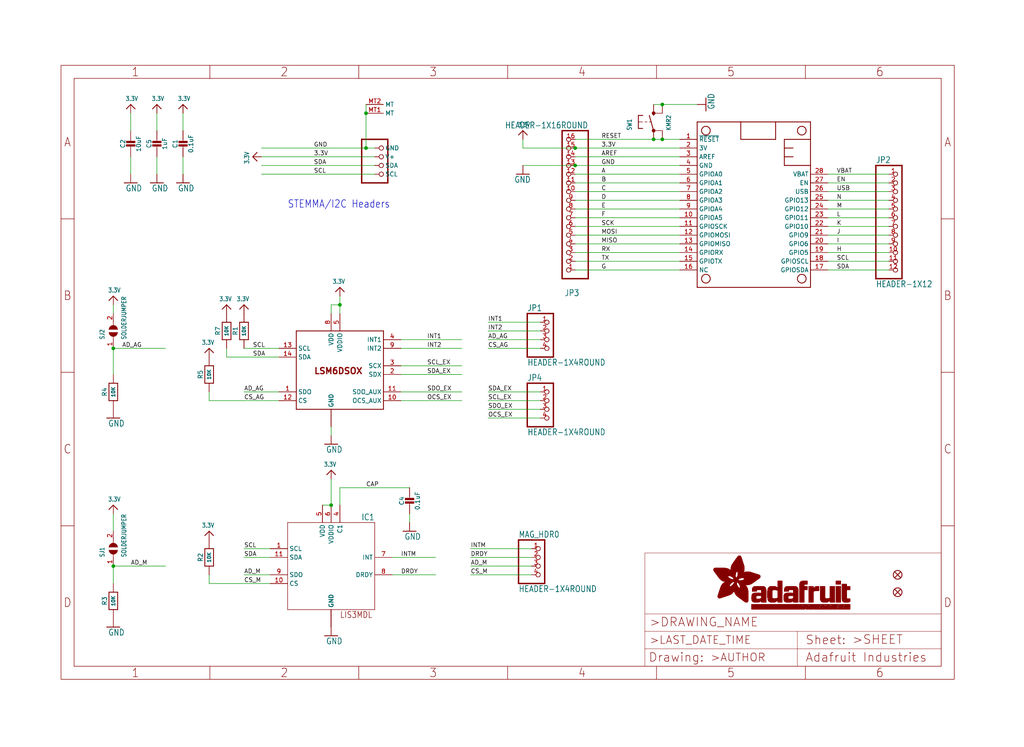
<source format=kicad_sch>
(kicad_sch (version 20211123) (generator eeschema)
  (paper "User" 298.45 217.881)
  (lib_symbols
    (symbol "eagleSchem-eagle-import:3.3V" (power)
      (property "Value" "3.3V" (at -1.524 1.016 0))
      (symbol "3.3V_1_0"
        (pin power_in line (at 0 -2.54 90) (length 2.54) (name "3.3V") (number "1"))
      )
    )
    (symbol "eagleSchem-eagle-import:CAP_CERAMIC0603_NO"
      (property "Reference" "C" (at -2.29 1.25 90))
      (property "Value" "CAP_CERAMIC0603_NO" (at 2.3 1.25 90))
      (symbol "CAP_CERAMIC0603_NO_1_0"
        (pin passive line (at 0 5.08 270) (length 2.54) (name "1") (number "1"))
        (pin passive line (at 0 -2.54 90) (length 2.54) (name "2") (number "2"))
      )
    )
    (symbol "eagleSchem-eagle-import:CAP_CERAMIC0805-NOOUTLINE"
      (property "Reference" "C" (at -2.29 1.25 90))
      (property "Value" "CAP_CERAMIC0805-NOOUTLINE" (at 2.3 1.25 90))
      (symbol "CAP_CERAMIC0805-NOOUTLINE_1_0"
        (pin passive line (at 0 5.08 270) (length 2.54) (name "1") (number "1"))
        (pin passive line (at 0 -2.54 90) (length 2.54) (name "2") (number "2"))
      )
    )
    (symbol "eagleSchem-eagle-import:FEATHERWING"
      (symbol "FEATHERWING_1_0"
        (pin input line (at 5.08 -5.08 90) (length 5.08) (name "~{RESET}") (number "1"))
        (pin bidirectional line (at 27.94 -5.08 90) (length 5.08) (name "GPIOA5") (number "10"))
        (pin bidirectional line (at 30.48 -5.08 90) (length 5.08) (name "GPIOSCK") (number "11"))
        (pin bidirectional line (at 33.02 -5.08 90) (length 5.08) (name "GPIOMOSI") (number "12"))
        (pin bidirectional line (at 35.56 -5.08 90) (length 5.08) (name "GPIOMISO") (number "13"))
        (pin bidirectional line (at 38.1 -5.08 90) (length 5.08) (name "GPIORX") (number "14"))
        (pin bidirectional line (at 40.64 -5.08 90) (length 5.08) (name "GPIOTX") (number "15"))
        (pin passive line (at 43.18 -5.08 90) (length 5.08) (name "NC") (number "16"))
        (pin bidirectional line (at 43.18 38.1 270) (length 5.08) (name "GPIOSDA") (number "17"))
        (pin bidirectional line (at 40.64 38.1 270) (length 5.08) (name "GPIOSCL") (number "18"))
        (pin bidirectional line (at 38.1 38.1 270) (length 5.08) (name "GPIO5") (number "19"))
        (pin power_in line (at 7.62 -5.08 90) (length 5.08) (name "3V") (number "2"))
        (pin bidirectional line (at 35.56 38.1 270) (length 5.08) (name "GPIO6") (number "20"))
        (pin bidirectional line (at 33.02 38.1 270) (length 5.08) (name "GPIO9") (number "21"))
        (pin bidirectional line (at 30.48 38.1 270) (length 5.08) (name "GPIO10") (number "22"))
        (pin bidirectional line (at 27.94 38.1 270) (length 5.08) (name "GPIO11") (number "23"))
        (pin bidirectional line (at 25.4 38.1 270) (length 5.08) (name "GPIO12") (number "24"))
        (pin bidirectional line (at 22.86 38.1 270) (length 5.08) (name "GPIO13") (number "25"))
        (pin power_in line (at 20.32 38.1 270) (length 5.08) (name "USB") (number "26"))
        (pin passive line (at 17.78 38.1 270) (length 5.08) (name "EN") (number "27"))
        (pin power_in line (at 15.24 38.1 270) (length 5.08) (name "VBAT") (number "28"))
        (pin passive line (at 10.16 -5.08 90) (length 5.08) (name "AREF") (number "3"))
        (pin power_in line (at 12.7 -5.08 90) (length 5.08) (name "GND") (number "4"))
        (pin bidirectional line (at 15.24 -5.08 90) (length 5.08) (name "GPIOA0") (number "5"))
        (pin bidirectional line (at 17.78 -5.08 90) (length 5.08) (name "GPIOA1") (number "6"))
        (pin bidirectional line (at 20.32 -5.08 90) (length 5.08) (name "GPIOA2") (number "7"))
        (pin bidirectional line (at 22.86 -5.08 90) (length 5.08) (name "GPIOA3") (number "8"))
        (pin bidirectional line (at 25.4 -5.08 90) (length 5.08) (name "GPIOA4") (number "9"))
      )
    )
    (symbol "eagleSchem-eagle-import:FIDUCIAL_1MM")
    (symbol "eagleSchem-eagle-import:FRAME_A4_ADAFRUIT"
      (symbol "FRAME_A4_ADAFRUIT_1_0"
        (text "1" (at 21.6958 1.905 0) (effects (font (size 2.54 2.286))))
        (text "1" (at 21.6958 177.165 0) (effects (font (size 2.54 2.286))))
        (text "2" (at 65.0875 1.905 0) (effects (font (size 2.54 2.286))))
        (text "2" (at 65.0875 177.165 0) (effects (font (size 2.54 2.286))))
        (text "3" (at 108.4792 1.905 0) (effects (font (size 2.54 2.286))))
        (text "3" (at 108.4792 177.165 0) (effects (font (size 2.54 2.286))))
        (text "4" (at 151.8708 1.905 0) (effects (font (size 2.54 2.286))))
        (text "4" (at 151.8708 177.165 0) (effects (font (size 2.54 2.286))))
        (text "5" (at 195.2625 1.905 0) (effects (font (size 2.54 2.286))))
        (text "5" (at 195.2625 177.165 0) (effects (font (size 2.54 2.286))))
        (text "6" (at 238.6542 1.905 0) (effects (font (size 2.54 2.286))))
        (text "6" (at 238.6542 177.165 0) (effects (font (size 2.54 2.286))))
        (text ">AUTHOR" (at 189.23 5.08 0) (effects (font (size 2.286 2.286)) (justify left bottom)))
        (text ">DRAWING_NAME" (at 171.45 15.24 0) (effects (font (size 2.54 2.54)) (justify left bottom)))
        (text ">LAST_DATE_TIME" (at 171.45 10.16 0) (effects (font (size 2.286 2.286)) (justify left bottom)))
        (text ">SHEET" (at 230.505 10.16 0) (effects (font (size 2.54 2.54)) (justify left bottom)))
        (text "A" (at 1.905 156.6863 0) (effects (font (size 2.54 2.286))))
        (text "A" (at 258.445 156.6863 0) (effects (font (size 2.54 2.286))))
        (text "Adafruit Industries" (at 216.916 4.953 0) (effects (font (size 2.54 2.54)) (justify left bottom)))
        (text "B" (at 1.905 111.9188 0) (effects (font (size 2.54 2.286))))
        (text "B" (at 258.445 111.9188 0) (effects (font (size 2.54 2.286))))
        (text "C" (at 1.905 67.1513 0) (effects (font (size 2.54 2.286))))
        (text "C" (at 258.445 67.1513 0) (effects (font (size 2.54 2.286))))
        (text "D" (at 1.905 22.3838 0) (effects (font (size 2.54 2.286))))
        (text "D" (at 258.445 22.3838 0) (effects (font (size 2.54 2.286))))
        (text "Drawing:" (at 171.196 4.953 0) (effects (font (size 2.54 2.54)) (justify left bottom)))
        (text "Sheet:" (at 216.916 10.033 0) (effects (font (size 2.54 2.54)) (justify left bottom)))
      )
    )
    (symbol "eagleSchem-eagle-import:GND" (power)
      (property "Value" "GND" (at -2.54 -2.54 0))
      (symbol "GND_1_0"
        (pin power_in line (at 0 2.54 270) (length 2.54) (name "GND") (number "1"))
      )
    )
    (symbol "eagleSchem-eagle-import:HEADER-1X12"
      (property "Reference" "JP" (at -6.35 18.415 0))
      (property "Value" "HEADER-1X12" (at -6.35 -17.78 0))
      (symbol "HEADER-1X12_1_0"
        (pin passive inverted (at -2.54 15.24 0) (length 2.54) (name "1") (number "1"))
        (pin passive inverted (at -2.54 -7.62 0) (length 2.54) (name "10") (number "10"))
        (pin passive inverted (at -2.54 -10.16 0) (length 2.54) (name "11") (number "11"))
        (pin passive inverted (at -2.54 -12.7 0) (length 2.54) (name "12") (number "12"))
        (pin passive inverted (at -2.54 12.7 0) (length 2.54) (name "2") (number "2"))
        (pin passive inverted (at -2.54 10.16 0) (length 2.54) (name "3") (number "3"))
        (pin passive inverted (at -2.54 7.62 0) (length 2.54) (name "4") (number "4"))
        (pin passive inverted (at -2.54 5.08 0) (length 2.54) (name "5") (number "5"))
        (pin passive inverted (at -2.54 2.54 0) (length 2.54) (name "6") (number "6"))
        (pin passive inverted (at -2.54 0 0) (length 2.54) (name "7") (number "7"))
        (pin passive inverted (at -2.54 -2.54 0) (length 2.54) (name "8") (number "8"))
        (pin passive inverted (at -2.54 -5.08 0) (length 2.54) (name "9") (number "9"))
      )
    )
    (symbol "eagleSchem-eagle-import:HEADER-1X16ROUND"
      (property "Reference" "JP" (at -6.35 20.955 0))
      (property "Value" "HEADER-1X16ROUND" (at -6.35 -25.4 0))
      (symbol "HEADER-1X16ROUND_1_0"
        (pin passive inverted (at -2.54 17.78 0) (length 2.54) (name "1") (number "1"))
        (pin passive inverted (at -2.54 -5.08 0) (length 2.54) (name "10") (number "10"))
        (pin passive inverted (at -2.54 -7.62 0) (length 2.54) (name "11") (number "11"))
        (pin passive inverted (at -2.54 -10.16 0) (length 2.54) (name "12") (number "12"))
        (pin passive inverted (at -2.54 -12.7 0) (length 2.54) (name "13") (number "13"))
        (pin passive inverted (at -2.54 -15.24 0) (length 2.54) (name "14") (number "14"))
        (pin passive inverted (at -2.54 -17.78 0) (length 2.54) (name "15") (number "15"))
        (pin passive inverted (at -2.54 -20.32 0) (length 2.54) (name "16") (number "16"))
        (pin passive inverted (at -2.54 15.24 0) (length 2.54) (name "2") (number "2"))
        (pin passive inverted (at -2.54 12.7 0) (length 2.54) (name "3") (number "3"))
        (pin passive inverted (at -2.54 10.16 0) (length 2.54) (name "4") (number "4"))
        (pin passive inverted (at -2.54 7.62 0) (length 2.54) (name "5") (number "5"))
        (pin passive inverted (at -2.54 5.08 0) (length 2.54) (name "6") (number "6"))
        (pin passive inverted (at -2.54 2.54 0) (length 2.54) (name "7") (number "7"))
        (pin passive inverted (at -2.54 0 0) (length 2.54) (name "8") (number "8"))
        (pin passive inverted (at -2.54 -2.54 0) (length 2.54) (name "9") (number "9"))
      )
    )
    (symbol "eagleSchem-eagle-import:HEADER-1X4ROUND"
      (property "Reference" "JP" (at -6.35 8.255 0))
      (property "Value" "HEADER-1X4ROUND" (at -6.35 -7.62 0))
      (symbol "HEADER-1X4ROUND_1_0"
        (pin passive inverted (at -2.54 5.08 0) (length 2.54) (name "1") (number "1"))
        (pin passive inverted (at -2.54 2.54 0) (length 2.54) (name "2") (number "2"))
        (pin passive inverted (at -2.54 0 0) (length 2.54) (name "3") (number "3"))
        (pin passive inverted (at -2.54 -2.54 0) (length 2.54) (name "4") (number "4"))
      )
    )
    (symbol "eagleSchem-eagle-import:LIS3MDL"
      (property "Reference" "IC" (at 12.7 15.24 0))
      (symbol "LIS3MDL_1_0"
        (text "LIS3MDL" (at 2.54 -15.24 0) (effects (font (size 1.778 1.5113)) (justify left bottom)))
        (pin input line (at -17.78 5.08 0) (length 5.08) (name "SCL") (number "1"))
        (pin input line (at -17.78 -5.08 0) (length 5.08) (name "CS") (number "10"))
        (pin bidirectional line (at -17.78 2.54 0) (length 5.08) (name "SDA") (number "11"))
        (pin power_in line (at 0 -17.78 90) (length 5.08) (name "GND") (number "12"))
        (pin power_in line (at 0 -17.78 90) (length 5.08) (name "GND") (number "2"))
        (pin power_in line (at 0 -17.78 90) (length 5.08) (name "GND") (number "3"))
        (pin input line (at 2.54 17.78 270) (length 5.08) (name "C1") (number "4"))
        (pin power_in line (at -2.54 17.78 270) (length 5.08) (name "VDD") (number "5"))
        (pin power_in line (at 0 17.78 270) (length 5.08) (name "VDDIO") (number "6"))
        (pin output line (at 17.78 2.54 180) (length 5.08) (name "INT") (number "7"))
        (pin output line (at 17.78 -2.54 180) (length 5.08) (name "DRDY") (number "8"))
        (pin bidirectional line (at -17.78 -2.54 0) (length 5.08) (name "SDO") (number "9"))
      )
    )
    (symbol "eagleSchem-eagle-import:LSM6DSOX"
      (symbol "LSM6DSOX_1_0"
        (text "LSM6DSOX" (at -5.08 -2.54 0) (effects (font (size 1.778 1.778) (thickness 0.3556) bold) (justify left bottom)))
        (pin bidirectional line (at -15.24 -7.62 0) (length 5.08) (name "SDO") (number "1"))
        (pin bidirectional line (at 20.32 -10.16 180) (length 5.08) (name "OCS_AUX") (number "10"))
        (pin bidirectional line (at 20.32 -7.62 180) (length 5.08) (name "SDO_AUX") (number "11"))
        (pin bidirectional line (at -15.24 -10.16 0) (length 5.08) (name "CS") (number "12"))
        (pin bidirectional line (at -15.24 5.08 0) (length 5.08) (name "SCL") (number "13"))
        (pin bidirectional line (at -15.24 2.54 0) (length 5.08) (name "SDA") (number "14"))
        (pin bidirectional line (at 20.32 -2.54 180) (length 5.08) (name "SDX") (number "2"))
        (pin bidirectional line (at 20.32 0 180) (length 5.08) (name "SCX") (number "3"))
        (pin bidirectional line (at 20.32 7.62 180) (length 5.08) (name "INT1") (number "4"))
        (pin power_in line (at 2.54 15.24 270) (length 5.08) (name "VDDIO") (number "5"))
        (pin power_in line (at 0 -17.78 90) (length 5.08) (name "GND") (number "6"))
        (pin power_in line (at 0 -17.78 90) (length 5.08) (name "GND") (number "7"))
        (pin power_in line (at 0 15.24 270) (length 5.08) (name "VDD") (number "8"))
        (pin bidirectional line (at 20.32 5.08 180) (length 5.08) (name "INT2") (number "9"))
      )
    )
    (symbol "eagleSchem-eagle-import:RESISTOR_0603_NOOUT"
      (property "Reference" "R" (at 0 2.54 0))
      (property "Value" "RESISTOR_0603_NOOUT" (at 0 0 0))
      (symbol "RESISTOR_0603_NOOUT_1_0"
        (pin passive line (at -5.08 0 0) (length 2.54) (name "1") (number "1"))
        (pin passive line (at 5.08 0 180) (length 2.54) (name "2") (number "2"))
      )
    )
    (symbol "eagleSchem-eagle-import:SOLDERJUMPER"
      (property "Reference" "SJ" (at -2.54 2.54 0))
      (property "Value" "SOLDERJUMPER" (at -2.54 -3.81 0))
      (symbol "SOLDERJUMPER_1_0"
        (pin passive line (at -5.08 0 0) (length 2.54) (name "1") (number "1"))
        (pin passive line (at 5.08 0 180) (length 2.54) (name "2") (number "2"))
      )
    )
    (symbol "eagleSchem-eagle-import:STEMMA_I2C_QT"
      (symbol "STEMMA_I2C_QT_1_0"
        (pin passive inverted (at 0 5.08 0) (length 2.54) (name "GND") (number "1"))
        (pin passive inverted (at 0 2.54 0) (length 2.54) (name "V+") (number "2"))
        (pin passive inverted (at 0 0 0) (length 2.54) (name "SDA") (number "3"))
        (pin passive inverted (at 0 -2.54 0) (length 2.54) (name "SCL") (number "4"))
      )
      (symbol "STEMMA_I2C_QT_2_0"
        (pin bidirectional line (at 0 0 0) (length 5.08) (name "MT") (number "MT1"))
      )
      (symbol "STEMMA_I2C_QT_3_0"
        (pin bidirectional line (at 0 0 0) (length 5.08) (name "MT") (number "MT2"))
      )
    )
    (symbol "eagleSchem-eagle-import:SWITCH_TACT_SMT4.6X2.8"
      (property "Reference" "SW" (at -2.54 6.35 0))
      (property "Value" "SWITCH_TACT_SMT4.6X2.8" (at -2.54 -5.08 0))
      (symbol "SWITCH_TACT_SMT4.6X2.8_1_0"
        (pin passive line (at -5.08 0 0) (length 2.54) (name "P") (number "A"))
        (pin passive line (at -5.08 -2.54 0) (length 2.54) (name "P1") (number "A'"))
        (pin passive line (at 5.08 0 180) (length 2.54) (name "S") (number "B"))
        (pin passive line (at 5.08 -2.54 180) (length 2.54) (name "S1") (number "B'"))
      )
    )
  )
  (junction (at 167.64 48.26))
  (junction (at 99.06 88.9))
  (junction (at 33.02 101.6))
  (junction (at 167.64 43.18))
  (junction (at 96.52 147.32))
  (junction (at 193.04 30.48))
  (junction (at 190.5 40.64))
  (junction (at 106.68 43.18))
  (junction (at 33.02 165.1))
  (junction (at 193.04 40.64))
  (junction (at 106.68 33.02))
  (wire (pts (xy 259.08 53.34) (xy 241.3 53.34)))
  (wire (pts (xy 167.64 73.66) (xy 198.12 73.66)))
  (wire (pts (xy 167.64 43.18) (xy 152.4 43.18)))
  (wire (pts (xy 99.06 91.44) (xy 99.06 88.9)))
  (wire (pts (xy 259.08 73.66) (xy 241.3 73.66)))
  (wire (pts (xy 119.38 149.86) (xy 119.38 152.4)))
  (wire (pts (xy 167.64 60.96) (xy 198.12 60.96)))
  (wire (pts (xy 157.48 99.06) (xy 142.24 99.06)))
  (wire (pts (xy 157.48 119.38) (xy 142.24 119.38)))
  (wire (pts (xy 167.64 50.8) (xy 198.12 50.8)))
  (wire (pts (xy 33.02 165.1) (xy 33.02 170.18)))
  (wire (pts (xy 81.28 116.84) (xy 60.96 116.84)))
  (wire (pts (xy 76.2 45.72) (xy 109.22 45.72)))
  (wire (pts (xy 167.64 66.04) (xy 198.12 66.04)))
  (wire (pts (xy 167.64 68.58) (xy 198.12 68.58)))
  (wire (pts (xy 154.94 167.64) (xy 137.16 167.64)))
  (wire (pts (xy 96.52 124.46) (xy 96.52 127)))
  (wire (pts (xy 78.74 167.64) (xy 71.12 167.64)))
  (wire (pts (xy 167.64 48.26) (xy 198.12 48.26)))
  (wire (pts (xy 167.64 48.26) (xy 152.4 48.26)))
  (wire (pts (xy 157.48 114.3) (xy 142.24 114.3)))
  (wire (pts (xy 96.52 147.32) (xy 96.52 139.7)))
  (wire (pts (xy 60.96 167.64) (xy 60.96 170.18)))
  (wire (pts (xy 81.28 104.14) (xy 66.04 104.14)))
  (wire (pts (xy 53.34 33.02) (xy 53.34 38.1)))
  (wire (pts (xy 93.98 147.32) (xy 96.52 147.32)))
  (wire (pts (xy 167.64 78.74) (xy 198.12 78.74)))
  (wire (pts (xy 109.22 43.18) (xy 106.68 43.18)))
  (wire (pts (xy 142.24 116.84) (xy 157.48 116.84)))
  (wire (pts (xy 193.04 30.48) (xy 203.2 30.48)))
  (wire (pts (xy 99.06 88.9) (xy 99.06 86.36)))
  (wire (pts (xy 137.16 162.56) (xy 154.94 162.56)))
  (wire (pts (xy 96.52 88.9) (xy 99.06 88.9)))
  (wire (pts (xy 259.08 63.5) (xy 241.3 63.5)))
  (wire (pts (xy 167.64 76.2) (xy 198.12 76.2)))
  (wire (pts (xy 60.96 116.84) (xy 60.96 114.3)))
  (wire (pts (xy 167.64 55.88) (xy 198.12 55.88)))
  (wire (pts (xy 167.64 43.18) (xy 198.12 43.18)))
  (wire (pts (xy 127 167.64) (xy 114.3 167.64)))
  (wire (pts (xy 167.64 40.64) (xy 190.5 40.64)))
  (wire (pts (xy 116.84 99.06) (xy 134.62 99.06)))
  (wire (pts (xy 99.06 147.32) (xy 99.06 142.24)))
  (wire (pts (xy 33.02 149.86) (xy 33.02 154.94)))
  (wire (pts (xy 38.1 38.1) (xy 38.1 33.02)))
  (wire (pts (xy 142.24 96.52) (xy 157.48 96.52)))
  (wire (pts (xy 33.02 165.1) (xy 48.26 165.1)))
  (wire (pts (xy 33.02 101.6) (xy 48.26 101.6)))
  (wire (pts (xy 167.64 45.72) (xy 198.12 45.72)))
  (wire (pts (xy 259.08 71.12) (xy 241.3 71.12)))
  (wire (pts (xy 167.64 63.5) (xy 198.12 63.5)))
  (wire (pts (xy 96.52 88.9) (xy 96.52 91.44)))
  (wire (pts (xy 116.84 116.84) (xy 134.62 116.84)))
  (wire (pts (xy 134.62 101.6) (xy 116.84 101.6)))
  (wire (pts (xy 157.48 93.98) (xy 142.24 93.98)))
  (wire (pts (xy 38.1 45.72) (xy 38.1 50.8)))
  (wire (pts (xy 71.12 162.56) (xy 78.74 162.56)))
  (wire (pts (xy 106.68 30.48) (xy 106.68 33.02)))
  (wire (pts (xy 45.72 45.72) (xy 45.72 50.8)))
  (wire (pts (xy 167.64 53.34) (xy 198.12 53.34)))
  (wire (pts (xy 134.62 109.22) (xy 116.84 109.22)))
  (wire (pts (xy 190.5 30.48) (xy 193.04 30.48)))
  (wire (pts (xy 53.34 45.72) (xy 53.34 50.8)))
  (wire (pts (xy 114.3 162.56) (xy 127 162.56)))
  (wire (pts (xy 152.4 43.18) (xy 152.4 40.64)))
  (wire (pts (xy 45.72 38.1) (xy 45.72 33.02)))
  (wire (pts (xy 259.08 66.04) (xy 241.3 66.04)))
  (wire (pts (xy 259.08 68.58) (xy 241.3 68.58)))
  (wire (pts (xy 33.02 109.22) (xy 33.02 101.6)))
  (wire (pts (xy 142.24 101.6) (xy 157.48 101.6)))
  (wire (pts (xy 81.28 114.3) (xy 71.12 114.3)))
  (wire (pts (xy 109.22 48.26) (xy 76.2 48.26)))
  (wire (pts (xy 116.84 106.68) (xy 134.62 106.68)))
  (wire (pts (xy 154.94 160.02) (xy 137.16 160.02)))
  (wire (pts (xy 106.68 33.02) (xy 106.68 43.18)))
  (wire (pts (xy 259.08 58.42) (xy 241.3 58.42)))
  (wire (pts (xy 71.12 101.6) (xy 81.28 101.6)))
  (wire (pts (xy 106.68 43.18) (xy 76.2 43.18)))
  (wire (pts (xy 99.06 142.24) (xy 119.38 142.24)))
  (wire (pts (xy 154.94 165.1) (xy 137.16 165.1)))
  (wire (pts (xy 116.84 114.3) (xy 134.62 114.3)))
  (wire (pts (xy 78.74 170.18) (xy 60.96 170.18)))
  (wire (pts (xy 142.24 121.92) (xy 157.48 121.92)))
  (wire (pts (xy 78.74 160.02) (xy 71.12 160.02)))
  (wire (pts (xy 259.08 78.74) (xy 241.3 78.74)))
  (wire (pts (xy 167.64 71.12) (xy 198.12 71.12)))
  (wire (pts (xy 66.04 104.14) (xy 66.04 101.6)))
  (wire (pts (xy 167.64 58.42) (xy 198.12 58.42)))
  (wire (pts (xy 259.08 60.96) (xy 241.3 60.96)))
  (wire (pts (xy 193.04 40.64) (xy 198.12 40.64)))
  (wire (pts (xy 76.2 50.8) (xy 109.22 50.8)))
  (wire (pts (xy 259.08 55.88) (xy 241.3 55.88)))
  (wire (pts (xy 259.08 76.2) (xy 241.3 76.2)))
  (wire (pts (xy 190.5 40.64) (xy 193.04 40.64)))
  (wire (pts (xy 33.02 91.44) (xy 33.02 88.9)))
  (wire (pts (xy 259.08 50.8) (xy 241.3 50.8)))
  (text "STEMMA/I2C Headers" (at 83.82 60.96 180) (effects (font (size 2.1844 1.8567)) (justify left bottom)))
  (label "SCL" (at 73.66 101.6 0) (effects (font (size 1.2446 1.2446))))
  (label "N" (at 243.84 58.42 0) (effects (font (size 1.2446 1.2446))))
  (label "CS_M" (at 71.12 170.18 0) (effects (font (size 1.2446 1.2446))))
  (label "OCS_EX" (at 124.46 116.84 0) (effects (font (size 1.2446 1.2446))))
  (label "SDA" (at 73.66 104.14 0) (effects (font (size 1.2446 1.2446))))
  (label "SDO_EX" (at 142.24 119.38 0) (effects (font (size 1.2446 1.2446))))
  (label "GND" (at 91.44 43.18 0) (effects (font (size 1.2446 1.2446))))
  (label "DRDY" (at 116.84 167.64 0) (effects (font (size 1.2446 1.2446))))
  (label "B" (at 175.26 53.34 0) (effects (font (size 1.2446 1.2446))))
  (label "G" (at 175.26 78.74 0) (effects (font (size 1.2446 1.2446))))
  (label "OCS_EX" (at 142.24 121.92 0) (effects (font (size 1.2446 1.2446))))
  (label "SCL_EX" (at 142.24 116.84 0) (effects (font (size 1.2446 1.2446))))
  (label "GND" (at 175.26 48.26 0) (effects (font (size 1.2446 1.2446))))
  (label "AD_M" (at 38.1 165.1 0) (effects (font (size 1.2446 1.2446))))
  (label "3.3V" (at 91.44 45.72 0) (effects (font (size 1.2446 1.2446))))
  (label "INTM" (at 116.84 162.56 0) (effects (font (size 1.2446 1.2446))))
  (label "INT2" (at 142.24 96.52 0) (effects (font (size 1.2446 1.2446))))
  (label "DRDY" (at 137.16 162.56 0) (effects (font (size 1.2446 1.2446))))
  (label "D" (at 175.26 58.42 0) (effects (font (size 1.2446 1.2446))))
  (label "C" (at 175.26 55.88 0) (effects (font (size 1.2446 1.2446))))
  (label "3.3V" (at 175.26 43.18 0) (effects (font (size 1.2446 1.2446))))
  (label "VBAT" (at 243.84 50.8 0) (effects (font (size 1.2446 1.2446))))
  (label "CS_AG" (at 71.12 116.84 0) (effects (font (size 1.2446 1.2446))))
  (label "SCL" (at 91.44 50.8 0) (effects (font (size 1.2446 1.2446))))
  (label "E" (at 175.26 60.96 0) (effects (font (size 1.2446 1.2446))))
  (label "J" (at 243.84 68.58 0) (effects (font (size 1.2446 1.2446))))
  (label "INT1" (at 142.24 93.98 0) (effects (font (size 1.2446 1.2446))))
  (label "RESET" (at 175.26 40.64 0) (effects (font (size 1.2446 1.2446))))
  (label "MISO" (at 175.26 71.12 0) (effects (font (size 1.2446 1.2446))))
  (label "SCL" (at 71.12 160.02 0) (effects (font (size 1.2446 1.2446))))
  (label "TX" (at 175.26 76.2 0) (effects (font (size 1.2446 1.2446))))
  (label "CS_M" (at 137.16 167.64 0) (effects (font (size 1.2446 1.2446))))
  (label "AD_M" (at 137.16 165.1 0) (effects (font (size 1.2446 1.2446))))
  (label "K" (at 243.84 66.04 0) (effects (font (size 1.2446 1.2446))))
  (label "AD_AG" (at 142.24 99.06 0) (effects (font (size 1.2446 1.2446))))
  (label "SDA" (at 91.44 48.26 0) (effects (font (size 1.2446 1.2446))))
  (label "INT2" (at 124.46 101.6 0) (effects (font (size 1.2446 1.2446))))
  (label "AD_AG" (at 35.56 101.6 0) (effects (font (size 1.2446 1.2446))))
  (label "I" (at 243.84 71.12 0) (effects (font (size 1.2446 1.2446))))
  (label "AD_M" (at 71.12 167.64 0) (effects (font (size 1.2446 1.2446))))
  (label "USB" (at 243.84 55.88 0) (effects (font (size 1.2446 1.2446))))
  (label "CAP" (at 106.68 142.24 0) (effects (font (size 1.2446 1.2446))))
  (label "SCK" (at 175.26 66.04 0) (effects (font (size 1.2446 1.2446))))
  (label "SDA" (at 243.84 78.74 0) (effects (font (size 1.2446 1.2446))))
  (label "SDO_EX" (at 124.46 114.3 0) (effects (font (size 1.2446 1.2446))))
  (label "AREF" (at 175.26 45.72 0) (effects (font (size 1.2446 1.2446))))
  (label "SDA" (at 71.12 162.56 0) (effects (font (size 1.2446 1.2446))))
  (label "L" (at 243.84 63.5 0) (effects (font (size 1.2446 1.2446))))
  (label "SCL_EX" (at 124.46 106.68 0) (effects (font (size 1.2446 1.2446))))
  (label "H" (at 243.84 73.66 0) (effects (font (size 1.2446 1.2446))))
  (label "SDA_EX" (at 124.46 109.22 0) (effects (font (size 1.2446 1.2446))))
  (label "RX" (at 175.26 73.66 0) (effects (font (size 1.2446 1.2446))))
  (label "AD_AG" (at 71.12 114.3 0) (effects (font (size 1.2446 1.2446))))
  (label "INT1" (at 124.46 99.06 0) (effects (font (size 1.2446 1.2446))))
  (label "MOSI" (at 175.26 68.58 0) (effects (font (size 1.2446 1.2446))))
  (label "INTM" (at 137.16 160.02 0) (effects (font (size 1.2446 1.2446))))
  (label "SCL" (at 243.84 76.2 0) (effects (font (size 1.2446 1.2446))))
  (label "EN" (at 243.84 53.34 0) (effects (font (size 1.2446 1.2446))))
  (label "F" (at 175.26 63.5 0) (effects (font (size 1.2446 1.2446))))
  (label "CS_AG" (at 142.24 101.6 0) (effects (font (size 1.2446 1.2446))))
  (label "A" (at 175.26 50.8 0) (effects (font (size 1.2446 1.2446))))
  (label "SDA_EX" (at 142.24 114.3 0) (effects (font (size 1.2446 1.2446))))
  (label "M" (at 243.84 60.96 0) (effects (font (size 1.2446 1.2446))))
  (symbol (lib_id "eagleSchem-eagle-import:3.3V") (at 152.4 38.1 0) (unit 1)
    (property "Reference" "#U$40" (effects hide))
    (property "Value" "3.3V" (at 150.876 37.084 0) (effects (font (size 1.27 1.0795)) (justify left bottom)))
    (property "Footprint" "eagleSchem:" (effects hide))
  )
  (symbol (lib_id "eagleSchem-eagle-import:CAP_CERAMIC0603_NO") (at 119.38 147.32 0) (unit 1)
    (property "Reference" "C4" (at 117.09 146.07 90))
    (property "Value" "0.1uF" (at 121.68 146.07 90))
    (property "Footprint" "eagleSchem:0603-NO" (effects hide))
  )
  (symbol (lib_id "eagleSchem-eagle-import:HEADER-1X4ROUND") (at 160.02 99.06 0) (unit 1)
    (property "Reference" "JP1" (at 153.67 90.805 0) (effects (font (size 1.778 1.5113)) (justify left bottom)))
    (property "Value" "HEADER-1X4ROUND" (at 153.67 106.68 0) (effects (font (size 1.778 1.5113)) (justify left bottom)))
    (property "Footprint" "eagleSchem:1X04_ROUND" (effects hide))
  )
  (symbol (lib_id "eagleSchem-eagle-import:RESISTOR_0603_NOOUT") (at 33.02 114.3 90) (unit 1)
    (property "Reference" "R4" (at 30.48 114.3 0))
    (property "Value" "10K" (at 33.02 114.3 0) (effects (font (size 1.016 1.016) bold)))
    (property "Footprint" "eagleSchem:0603-NO" (effects hide))
  )
  (symbol (lib_id "eagleSchem-eagle-import:RESISTOR_0603_NOOUT") (at 71.12 96.52 90) (unit 1)
    (property "Reference" "R1" (at 68.58 96.52 0))
    (property "Value" "10K" (at 71.12 96.52 0) (effects (font (size 1.016 1.016) bold)))
    (property "Footprint" "eagleSchem:0603-NO" (effects hide))
  )
  (symbol (lib_id "eagleSchem-eagle-import:3.3V") (at 66.04 88.9 0) (mirror y) (unit 1)
    (property "Reference" "#U$10" (effects hide))
    (property "Value" "3.3V" (at 67.564 87.884 0) (effects (font (size 1.27 1.0795)) (justify left bottom)))
    (property "Footprint" "eagleSchem:" (effects hide))
  )
  (symbol (lib_id "eagleSchem-eagle-import:3.3V") (at 33.02 147.32 0) (unit 1)
    (property "Reference" "#U$33" (effects hide))
    (property "Value" "3.3V" (at 31.496 146.304 0) (effects (font (size 1.27 1.0795)) (justify left bottom)))
    (property "Footprint" "eagleSchem:" (effects hide))
  )
  (symbol (lib_id "eagleSchem-eagle-import:FRAME_A4_ADAFRUIT") (at 17.78 198.12 0) (unit 1)
    (property "Reference" "#U$18" (effects hide))
    (property "Value" "FRAME_A4_ADAFRUIT" (effects hide))
    (property "Footprint" "eagleSchem:" (effects hide))
  )
  (symbol (lib_id "eagleSchem-eagle-import:RESISTOR_0603_NOOUT") (at 60.96 162.56 90) (unit 1)
    (property "Reference" "R2" (at 58.42 162.56 0))
    (property "Value" "10K" (at 60.96 162.56 0) (effects (font (size 1.016 1.016) bold)))
    (property "Footprint" "eagleSchem:0603-NO" (effects hide))
  )
  (symbol (lib_id "eagleSchem-eagle-import:CAP_CERAMIC0603_NO") (at 45.72 43.18 0) (unit 1)
    (property "Reference" "C5" (at 43.43 41.93 90))
    (property "Value" "1uF" (at 48.02 41.93 90))
    (property "Footprint" "eagleSchem:0603-NO" (effects hide))
  )
  (symbol (lib_id "eagleSchem-eagle-import:GND") (at 45.72 53.34 0) (unit 1)
    (property "Reference" "#U$27" (effects hide))
    (property "Value" "GND" (at 44.196 55.88 0) (effects (font (size 1.778 1.5113)) (justify left bottom)))
    (property "Footprint" "eagleSchem:" (effects hide))
  )
  (symbol (lib_id "eagleSchem-eagle-import:FEATHERWING") (at 203.2 35.56 270) (unit 1)
    (property "Reference" "MS1" (effects hide))
    (property "Value" "FEATHERWING" (effects hide))
    (property "Footprint" "eagleSchem:FEATHERWING" (effects hide))
  )
  (symbol (lib_id "eagleSchem-eagle-import:SOLDERJUMPER") (at 33.02 96.52 90) (unit 1)
    (property "Reference" "SJ2" (at 30.48 99.06 0) (effects (font (size 1.27 1.0795)) (justify left bottom)))
    (property "Value" "SOLDERJUMPER" (at 36.83 99.06 0) (effects (font (size 1.27 1.0795)) (justify left bottom)))
    (property "Footprint" "eagleSchem:SOLDERJUMPER_ARROW_NOPASTE" (effects hide))
  )
  (symbol (lib_id "eagleSchem-eagle-import:GND") (at 33.02 121.92 0) (unit 1)
    (property "Reference" "#U$8" (effects hide))
    (property "Value" "GND" (at 31.496 124.46 0) (effects (font (size 1.778 1.5113)) (justify left bottom)))
    (property "Footprint" "eagleSchem:" (effects hide))
  )
  (symbol (lib_id "eagleSchem-eagle-import:HEADER-1X16ROUND") (at 165.1 60.96 180) (unit 1)
    (property "Reference" "JP3" (at 168.91 84.455 0) (effects (font (size 1.778 1.5113)) (justify left bottom)))
    (property "Value" "HEADER-1X16ROUND" (at 171.45 35.56 0) (effects (font (size 1.778 1.5113)) (justify left bottom)))
    (property "Footprint" "eagleSchem:1X16_ROUND" (effects hide))
  )
  (symbol (lib_id "eagleSchem-eagle-import:STEMMA_I2C_QT") (at 109.22 48.26 0) (unit 1)
    (property "Reference" "CONN4" (effects hide))
    (property "Value" "STEMMA_I2C_QT" (effects hide))
    (property "Footprint" "eagleSchem:JST_SH4" (effects hide))
  )
  (symbol (lib_id "eagleSchem-eagle-import:FIDUCIAL_1MM") (at 261.62 172.72 0) (unit 1)
    (property "Reference" "FID1" (effects hide))
    (property "Value" "FIDUCIAL_1MM" (effects hide))
    (property "Footprint" "eagleSchem:FIDUCIAL_1MM" (effects hide))
  )
  (symbol (lib_id "eagleSchem-eagle-import:GND") (at 96.52 129.54 0) (unit 1)
    (property "Reference" "#U$12" (effects hide))
    (property "Value" "GND" (at 94.996 132.08 0) (effects (font (size 1.778 1.5113)) (justify left bottom)))
    (property "Footprint" "eagleSchem:" (effects hide))
  )
  (symbol (lib_id "eagleSchem-eagle-import:GND") (at 53.34 53.34 0) (unit 1)
    (property "Reference" "#U$6" (effects hide))
    (property "Value" "GND" (at 51.816 55.88 0) (effects (font (size 1.778 1.5113)) (justify left bottom)))
    (property "Footprint" "eagleSchem:" (effects hide))
  )
  (symbol (lib_id "eagleSchem-eagle-import:3.3V") (at 73.66 45.72 90) (mirror x) (unit 1)
    (property "Reference" "#U$5" (effects hide))
    (property "Value" "3.3V" (at 72.644 44.196 0) (effects (font (size 1.27 1.0795)) (justify left bottom)))
    (property "Footprint" "eagleSchem:" (effects hide))
  )
  (symbol (lib_id "eagleSchem-eagle-import:GND") (at 33.02 182.88 0) (unit 1)
    (property "Reference" "#U$11" (effects hide))
    (property "Value" "GND" (at 31.496 185.42 0) (effects (font (size 1.778 1.5113)) (justify left bottom)))
    (property "Footprint" "eagleSchem:" (effects hide))
  )
  (symbol (lib_id "eagleSchem-eagle-import:GND") (at 38.1 53.34 0) (unit 1)
    (property "Reference" "#U$16" (effects hide))
    (property "Value" "GND" (at 36.576 55.88 0) (effects (font (size 1.778 1.5113)) (justify left bottom)))
    (property "Footprint" "eagleSchem:" (effects hide))
  )
  (symbol (lib_id "eagleSchem-eagle-import:RESISTOR_0603_NOOUT") (at 60.96 109.22 90) (unit 1)
    (property "Reference" "R5" (at 58.42 109.22 0))
    (property "Value" "10K" (at 60.96 109.22 0) (effects (font (size 1.016 1.016) bold)))
    (property "Footprint" "eagleSchem:0603-NO" (effects hide))
  )
  (symbol (lib_id "eagleSchem-eagle-import:HEADER-1X4ROUND") (at 160.02 119.38 0) (unit 1)
    (property "Reference" "JP4" (at 153.67 111.125 0) (effects (font (size 1.778 1.5113)) (justify left bottom)))
    (property "Value" "HEADER-1X4ROUND" (at 153.67 127 0) (effects (font (size 1.778 1.5113)) (justify left bottom)))
    (property "Footprint" "eagleSchem:1X04_ROUND" (effects hide))
  )
  (symbol (lib_id "eagleSchem-eagle-import:HEADER-1X4ROUND") (at 157.48 165.1 0) (unit 1)
    (property "Reference" "MAG_HDR0" (at 151.13 156.845 0) (effects (font (size 1.778 1.5113)) (justify left bottom)))
    (property "Value" "HEADER-1X4ROUND" (at 151.13 172.72 0) (effects (font (size 1.778 1.5113)) (justify left bottom)))
    (property "Footprint" "eagleSchem:1X04_ROUND" (effects hide))
  )
  (symbol (lib_id "eagleSchem-eagle-import:3.3V") (at 38.1 30.48 0) (unit 1)
    (property "Reference" "#U$15" (effects hide))
    (property "Value" "3.3V" (at 36.576 29.464 0) (effects (font (size 1.27 1.0795)) (justify left bottom)))
    (property "Footprint" "eagleSchem:" (effects hide))
  )
  (symbol (lib_id "eagleSchem-eagle-import:GND") (at 96.52 185.42 0) (unit 1)
    (property "Reference" "#U$2" (effects hide))
    (property "Value" "GND" (at 94.996 187.96 0) (effects (font (size 1.778 1.5113)) (justify left bottom)))
    (property "Footprint" "eagleSchem:" (effects hide))
  )
  (symbol (lib_id "eagleSchem-eagle-import:3.3V") (at 53.34 30.48 0) (unit 1)
    (property "Reference" "#U$14" (effects hide))
    (property "Value" "3.3V" (at 51.816 29.464 0) (effects (font (size 1.27 1.0795)) (justify left bottom)))
    (property "Footprint" "eagleSchem:" (effects hide))
  )
  (symbol (lib_id "eagleSchem-eagle-import:STEMMA_I2C_QT") (at 106.68 33.02 0) (unit 2)
    (property "Reference" "CONN4" (effects hide))
    (property "Value" "STEMMA_I2C_QT" (effects hide))
    (property "Footprint" "eagleSchem:JST_SH4" (effects hide))
  )
  (symbol (lib_id "eagleSchem-eagle-import:LSM6DSOX") (at 96.52 106.68 0) (unit 1)
    (property "Reference" "U$35" (effects hide))
    (property "Value" "LSM6DSOX" (effects hide))
    (property "Footprint" "eagleSchem:LGA-14L" (effects hide))
  )
  (symbol (lib_id "eagleSchem-eagle-import:3.3V") (at 60.96 154.94 0) (mirror y) (unit 1)
    (property "Reference" "#U$1" (effects hide))
    (property "Value" "3.3V" (at 62.484 153.924 0) (effects (font (size 1.27 1.0795)) (justify left bottom)))
    (property "Footprint" "eagleSchem:" (effects hide))
  )
  (symbol (lib_id "eagleSchem-eagle-import:GND") (at 205.74 30.48 90) (unit 1)
    (property "Reference" "#U$46" (effects hide))
    (property "Value" "GND" (at 208.28 32.004 0) (effects (font (size 1.778 1.5113)) (justify left bottom)))
    (property "Footprint" "eagleSchem:" (effects hide))
  )
  (symbol (lib_id "eagleSchem-eagle-import:CAP_CERAMIC0603_NO") (at 53.34 43.18 0) (unit 1)
    (property "Reference" "C1" (at 51.05 41.93 90))
    (property "Value" "0.1uF" (at 55.64 41.93 90))
    (property "Footprint" "eagleSchem:0603-NO" (effects hide))
  )
  (symbol (lib_id "eagleSchem-eagle-import:HEADER-1X12") (at 261.62 66.04 0) (unit 1)
    (property "Reference" "JP2" (at 255.27 47.625 0) (effects (font (size 1.778 1.5113)) (justify left bottom)))
    (property "Value" "HEADER-1X12" (at 255.27 83.82 0) (effects (font (size 1.778 1.5113)) (justify left bottom)))
    (property "Footprint" "eagleSchem:1X12_ROUND" (effects hide))
  )
  (symbol (lib_id "eagleSchem-eagle-import:3.3V") (at 60.96 101.6 0) (mirror y) (unit 1)
    (property "Reference" "#U$3" (effects hide))
    (property "Value" "3.3V" (at 62.484 100.584 0) (effects (font (size 1.27 1.0795)) (justify left bottom)))
    (property "Footprint" "eagleSchem:" (effects hide))
  )
  (symbol (lib_id "eagleSchem-eagle-import:FIDUCIAL_1MM") (at 261.62 167.64 0) (unit 1)
    (property "Reference" "FID2" (effects hide))
    (property "Value" "FIDUCIAL_1MM" (effects hide))
    (property "Footprint" "eagleSchem:FIDUCIAL_1MM" (effects hide))
  )
  (symbol (lib_id "eagleSchem-eagle-import:SOLDERJUMPER") (at 33.02 160.02 90) (unit 1)
    (property "Reference" "SJ1" (at 30.48 162.56 0) (effects (font (size 1.27 1.0795)) (justify left bottom)))
    (property "Value" "SOLDERJUMPER" (at 36.83 162.56 0) (effects (font (size 1.27 1.0795)) (justify left bottom)))
    (property "Footprint" "eagleSchem:SOLDERJUMPER_ARROW_NOPASTE" (effects hide))
  )
  (symbol (lib_id "eagleSchem-eagle-import:RESISTOR_0603_NOOUT") (at 66.04 96.52 90) (unit 1)
    (property "Reference" "R7" (at 63.5 96.52 0))
    (property "Value" "10K" (at 66.04 96.52 0) (effects (font (size 1.016 1.016) bold)))
    (property "Footprint" "eagleSchem:0603-NO" (effects hide))
  )
  (symbol (lib_id "eagleSchem-eagle-import:STEMMA_I2C_QT") (at 106.68 30.48 0) (unit 3)
    (property "Reference" "CONN4" (effects hide))
    (property "Value" "STEMMA_I2C_QT" (effects hide))
    (property "Footprint" "eagleSchem:JST_SH4" (effects hide))
  )
  (symbol (lib_id "eagleSchem-eagle-import:3.3V") (at 45.72 30.48 0) (unit 1)
    (property "Reference" "#U$22" (effects hide))
    (property "Value" "3.3V" (at 44.196 29.464 0) (effects (font (size 1.27 1.0795)) (justify left bottom)))
    (property "Footprint" "eagleSchem:" (effects hide))
  )
  (symbol (lib_id "eagleSchem-eagle-import:3.3V") (at 33.02 86.36 0) (unit 1)
    (property "Reference" "#U$34" (effects hide))
    (property "Value" "3.3V" (at 31.496 85.344 0) (effects (font (size 1.27 1.0795)) (justify left bottom)))
    (property "Footprint" "eagleSchem:" (effects hide))
  )
  (symbol (lib_id "eagleSchem-eagle-import:CAP_CERAMIC0805-NOOUTLINE") (at 38.1 43.18 0) (unit 1)
    (property "Reference" "C2" (at 35.81 41.93 90))
    (property "Value" "10uF" (at 40.4 41.93 90))
    (property "Footprint" "eagleSchem:0805-NO" (effects hide))
  )
  (symbol (lib_id "eagleSchem-eagle-import:3.3V") (at 71.12 88.9 0) (mirror y) (unit 1)
    (property "Reference" "#U$7" (effects hide))
    (property "Value" "3.3V" (at 72.644 87.884 0) (effects (font (size 1.27 1.0795)) (justify left bottom)))
    (property "Footprint" "eagleSchem:" (effects hide))
  )
  (symbol (lib_id "eagleSchem-eagle-import:SWITCH_TACT_SMT4.6X2.8") (at 190.5 35.56 90) (unit 1)
    (property "Reference" "SW1" (at 184.15 38.1 0) (effects (font (size 1.27 1.0795)) (justify left bottom)))
    (property "Value" "KMR2" (at 195.58 38.1 0) (effects (font (size 1.27 1.0795)) (justify left bottom)))
    (property "Footprint" "eagleSchem:BTN_KMR2_4.6X2.8" (effects hide))
  )
  (symbol (lib_id "eagleSchem-eagle-import:GND") (at 152.4 50.8 0) (unit 1)
    (property "Reference" "#GND1" (effects hide))
    (property "Value" "GND" (at 149.86 53.34 0) (effects (font (size 1.778 1.5113)) (justify left bottom)))
    (property "Footprint" "eagleSchem:" (effects hide))
  )
  (symbol (lib_id "eagleSchem-eagle-import:LIS3MDL") (at 96.52 165.1 0) (unit 1)
    (property "Reference" "IC1" (at 109.22 149.86 0) (effects (font (size 1.778 1.5113)) (justify right top)))
    (property "Value" "LIS3MDL" (effects hide))
    (property "Footprint" "eagleSchem:LGA12_2X2MM" (effects hide))
  )
  (symbol (lib_id "eagleSchem-eagle-import:GND") (at 119.38 154.94 0) (unit 1)
    (property "Reference" "#U$9" (effects hide))
    (property "Value" "GND" (at 117.856 157.48 0) (effects (font (size 1.778 1.5113)) (justify left bottom)))
    (property "Footprint" "eagleSchem:" (effects hide))
  )
  (symbol (lib_id "eagleSchem-eagle-import:RESISTOR_0603_NOOUT") (at 33.02 175.26 90) (unit 1)
    (property "Reference" "R3" (at 30.48 175.26 0))
    (property "Value" "10K" (at 33.02 175.26 0) (effects (font (size 1.016 1.016) bold)))
    (property "Footprint" "eagleSchem:0603-NO" (effects hide))
  )
  (symbol (lib_id "eagleSchem-eagle-import:3.3V") (at 96.52 137.16 0) (mirror y) (unit 1)
    (property "Reference" "#U$4" (effects hide))
    (property "Value" "3.3V" (at 98.044 136.144 0) (effects (font (size 1.27 1.0795)) (justify left bottom)))
    (property "Footprint" "eagleSchem:" (effects hide))
  )
  (symbol (lib_id "eagleSchem-eagle-import:3.3V") (at 99.06 83.82 0) (mirror y) (unit 1)
    (property "Reference" "#U$28" (effects hide))
    (property "Value" "3.3V" (at 100.584 82.804 0) (effects (font (size 1.27 1.0795)) (justify left bottom)))
    (property "Footprint" "eagleSchem:" (effects hide))
  )
)
</source>
